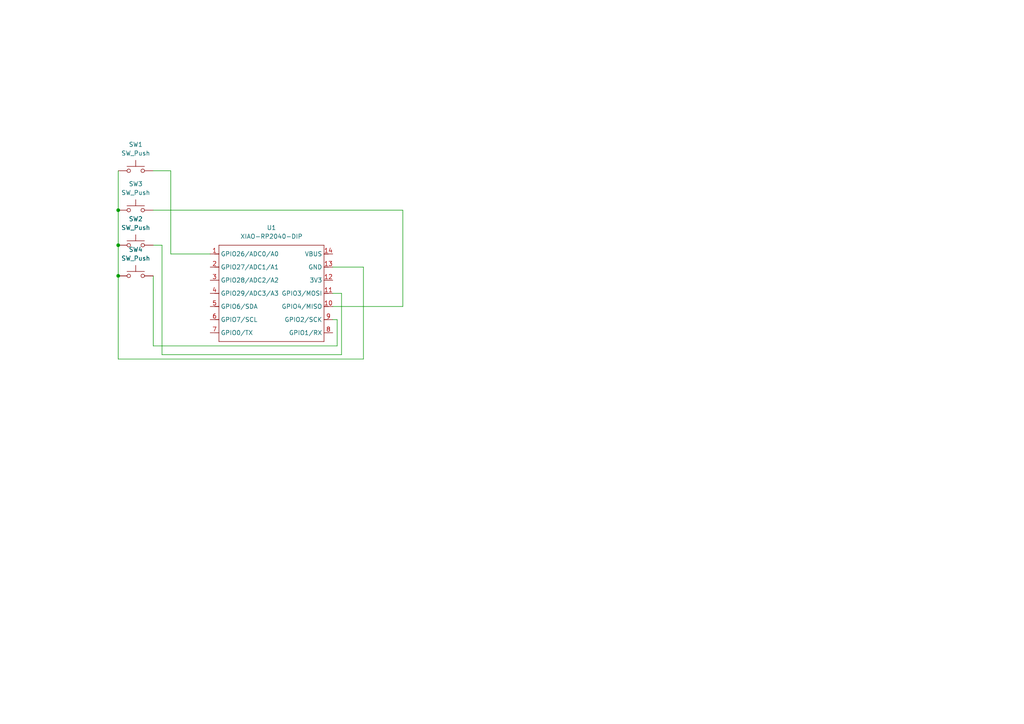
<source format=kicad_sch>
(kicad_sch (version 20250114) (generator "eeschema") (generator_version "9.0")
  (paper "A4")
  (lib_symbols
    (symbol "OPL XIAO:XIAO-RP2040-DIP"
      (property "Reference" "U" (at 0 0 0))
      (property "Value" "XIAO-RP2040-DIP" (at 5.334 -1.778 0))
      (symbol "XIAO-RP2040-DIP_1_0"
        (polyline (pts (xy -1.27 -2.54) (xy 29.21 -2.54)) (stroke (width 0.1524)))
        (polyline (pts (xy -1.27 -5.08) (xy -2.54 -5.08)) (stroke (width 0.1524)))
        (polyline (pts (xy -1.27 -5.08) (xy -1.27 -2.54)) (stroke (width 0.1524)))
        (polyline (pts (xy -1.27 -8.89) (xy -2.54 -8.89)) (stroke (width 0.1524)))
        (polyline (pts (xy -1.27 -8.89) (xy -1.27 -5.08)) (stroke (width 0.1524)))
        (polyline (pts (xy -1.27 -12.7) (xy -2.54 -12.7)) (stroke (width 0.1524)))
        (polyline (pts (xy -1.27 -12.7) (xy -1.27 -8.89)) (stroke (width 0.1524)))
        (polyline (pts (xy -1.27 -16.51) (xy -2.54 -16.51)) (stroke (width 0.1524)))
        (polyline (pts (xy -1.27 -16.51) (xy -1.27 -12.7)) (stroke (width 0.1524)))
        (polyline (pts (xy -1.27 -20.32) (xy -2.54 -20.32)) (stroke (width 0.1524)))
        (polyline (pts (xy -1.27 -24.13) (xy -2.54 -24.13)) (stroke (width 0.1524)))
        (polyline (pts (xy -1.27 -27.94) (xy -2.54 -27.94)) (stroke (width 0.1524)))
        (polyline (pts (xy -1.27 -30.48) (xy -1.27 -16.51)) (stroke (width 0.1524)))
        (polyline (pts (xy 29.21 -2.54) (xy 29.21 -5.08)) (stroke (width 0.1524)))
        (polyline (pts (xy 29.21 -5.08) (xy 29.21 -8.89)) (stroke (width 0.1524)))
        (polyline (pts (xy 29.21 -8.89) (xy 29.21 -12.7)) (stroke (width 0.1524)))
        (polyline (pts (xy 29.21 -12.7) (xy 29.21 -30.48)) (stroke (width 0.1524)))
        (polyline (pts (xy 29.21 -30.48) (xy -1.27 -30.48)) (stroke (width 0.1524)))
        (polyline (pts (xy 30.48 -5.08) (xy 29.21 -5.08)) (stroke (width 0.1524)))
        (polyline (pts (xy 30.48 -8.89) (xy 29.21 -8.89)) (stroke (width 0.1524)))
        (polyline (pts (xy 30.48 -12.7) (xy 29.21 -12.7)) (stroke (width 0.1524)))
        (polyline (pts (xy 30.48 -16.51) (xy 29.21 -16.51)) (stroke (width 0.1524)))
        (polyline (pts (xy 30.48 -20.32) (xy 29.21 -20.32)) (stroke (width 0.1524)))
        (polyline (pts (xy 30.48 -24.13) (xy 29.21 -24.13)) (stroke (width 0.1524)))
        (polyline (pts (xy 30.48 -27.94) (xy 29.21 -27.94)) (stroke (width 0.1524)))
        (pin passive line (at -3.81 -5.08 0) (length 2.54) (name "GPIO26/ADC0/A0") (number "1"))
        (pin passive line (at -3.81 -8.89 0) (length 2.54) (name "GPIO27/ADC1/A1") (number "2"))
        (pin passive line (at -3.81 -12.7 0) (length 2.54) (name "GPIO28/ADC2/A2") (number "3"))
        (pin passive line (at -3.81 -16.51 0) (length 2.54) (name "GPIO29/ADC3/A3") (number "4"))
        (pin passive line (at -3.81 -20.32 0) (length 2.54) (name "GPIO6/SDA") (number "5"))
        (pin passive line (at -3.81 -24.13 0) (length 2.54) (name "GPIO7/SCL") (number "6"))
        (pin passive line (at -3.81 -27.94 0) (length 2.54) (name "GPIO0/TX") (number "7"))
        (pin passive line (at 31.75 -5.08 180) (length 2.54) (name "VBUS") (number "14"))
        (pin passive line (at 31.75 -8.89 180) (length 2.54) (name "GND") (number "13"))
        (pin passive line (at 31.75 -12.7 180) (length 2.54) (name "3V3") (number "12"))
        (pin passive line (at 31.75 -16.51 180) (length 2.54) (name "GPIO3/MOSI") (number "11"))
        (pin passive line (at 31.75 -20.32 180) (length 2.54) (name "GPIO4/MISO") (number "10"))
        (pin passive line (at 31.75 -24.13 180) (length 2.54) (name "GPIO2/SCK") (number "9"))
        (pin passive line (at 31.75 -27.94 180) (length 2.54) (name "GPIO1/RX") (number "8"))
      )
    )
    (symbol "Switch:SW_Push" (pin_numbers (hide yes)) (pin_names (offset 1.016) (hide yes))
      (property "Reference" "SW" (at 1.27 2.54 0))
      (property "Value" "SW_Push" (at 0 -1.524 0))
      (symbol "SW_Push_0_1"
        (circle (center -2.032 0) (radius 0.508))
        (polyline (pts (xy 0 1.27) (xy 0 3.048)))
        (circle (center 2.032 0) (radius 0.508))
        (polyline (pts (xy 2.54 1.27) (xy -2.54 1.27)))
        (pin passive line (at -5.08 0 0) (length 2.54) (name "1") (number "1"))
        (pin passive line (at 5.08 0 180) (length 2.54) (name "2") (number "2"))
      )
    )
  )
  (junction (at 34.29 80.01))
  (junction (at 34.29 71.12))
  (junction (at 34.29 60.96))
  (wire (pts (xy 96.52 88.9) (xy 116.84 88.9)))
  (wire (pts (xy 49.53 73.66) (xy 49.53 49.53)))
  (wire (pts (xy 97.79 100.33) (xy 44.45 100.33)))
  (wire (pts (xy 116.84 88.9) (xy 116.84 60.96)))
  (wire (pts (xy 34.29 60.96) (xy 34.29 71.12)))
  (wire (pts (xy 96.52 77.47) (xy 105.41 77.47)))
  (wire (pts (xy 46.99 102.87) (xy 46.99 71.12)))
  (wire (pts (xy 60.96 73.66) (xy 49.53 73.66)))
  (wire (pts (xy 105.41 104.14) (xy 34.29 104.14)))
  (wire (pts (xy 105.41 77.47) (xy 105.41 104.14)))
  (wire (pts (xy 34.29 49.53) (xy 34.29 60.96)))
  (wire (pts (xy 96.52 92.71) (xy 97.79 92.71)))
  (wire (pts (xy 34.29 104.14) (xy 34.29 80.01)))
  (wire (pts (xy 116.84 60.96) (xy 44.45 60.96)))
  (wire (pts (xy 99.06 102.87) (xy 46.99 102.87)))
  (wire (pts (xy 99.06 85.09) (xy 99.06 102.87)))
  (wire (pts (xy 96.52 85.09) (xy 99.06 85.09)))
  (wire (pts (xy 97.79 92.71) (xy 97.79 100.33)))
  (wire (pts (xy 49.53 49.53) (xy 44.45 49.53)))
  (wire (pts (xy 44.45 100.33) (xy 44.45 80.01)))
  (wire (pts (xy 46.99 71.12) (xy 44.45 71.12)))
  (wire (pts (xy 34.29 71.12) (xy 34.29 80.01)))
  (symbol (lib_id "Switch:SW_Push") (at 39.37 49.53 0) (unit 1)
    (property "Reference" "SW1" (at 39.37 41.91 0))
    (property "Value" "SW_Push" (at 39.37 44.45 0))
    (property "Footprint" "Button_Switch_Keyboard:SW_Cherry_MX_1.00u_PCB" (effects (hide yes)))
    (property "Description" "Push button switch, generic, two pins" (effects (hide yes)))
  )
  (symbol (lib_id "Switch:SW_Push") (at 39.37 80.01 0) (unit 1)
    (property "Reference" "SW4" (at 39.37 72.39 0))
    (property "Value" "SW_Push" (at 39.37 74.93 0))
    (property "Footprint" "Button_Switch_Keyboard:SW_Cherry_MX_1.00u_PCB" (effects (hide yes)))
    (property "Description" "Push button switch, generic, two pins" (effects (hide yes)))
  )
  (symbol (lib_id "Switch:SW_Push") (at 39.37 60.96 0) (unit 1)
    (property "Reference" "SW3" (at 39.37 53.34 0))
    (property "Value" "SW_Push" (at 39.37 55.88 0))
    (property "Footprint" "Button_Switch_Keyboard:SW_Cherry_MX_1.00u_PCB" (effects (hide yes)))
    (property "Description" "Push button switch, generic, two pins" (effects (hide yes)))
  )
  (symbol (lib_id "Switch:SW_Push") (at 39.37 71.12 0) (unit 1)
    (property "Reference" "SW2" (at 39.37 63.5 0))
    (property "Value" "SW_Push" (at 39.37 66.04 0))
    (property "Footprint" "Button_Switch_Keyboard:SW_Cherry_MX_1.00u_PCB" (effects (hide yes)))
    (property "Description" "Push button switch, generic, two pins" (effects (hide yes)))
  )
  (symbol (lib_id "OPL XIAO:XIAO-RP2040-DIP") (at 64.77 68.58 0) (unit 1)
    (property "Reference" "U1" (at 78.74 66.04 0))
    (property "Value" "XIAO-RP2040-DIP" (at 78.74 68.58 0))
    (property "Footprint" "OPL XIAO:XIAO-RP2040-DIP" (effects (hide yes)))
  )
)
</source>
